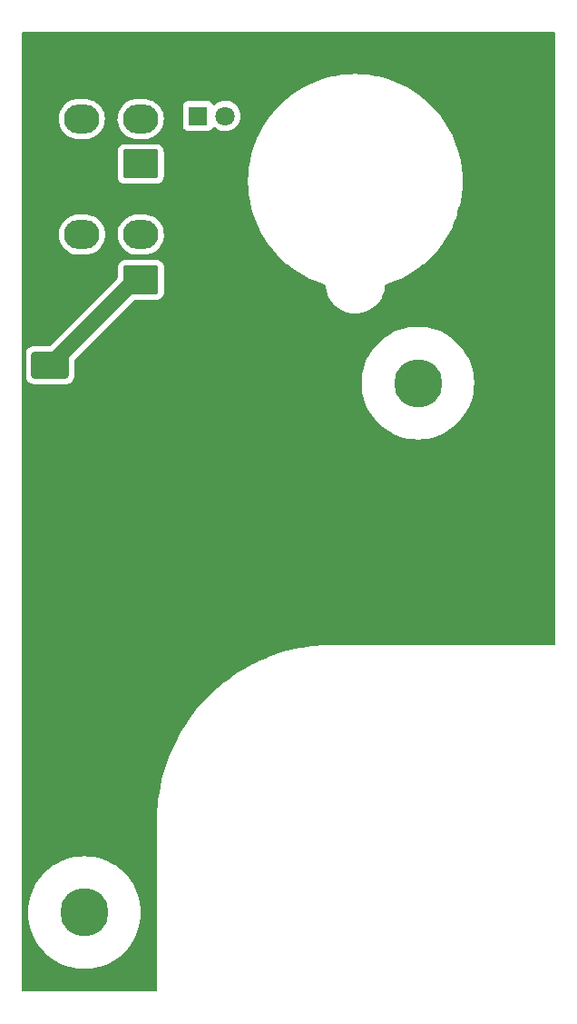
<source format=gbr>
%TF.GenerationSoftware,KiCad,Pcbnew,(6.0.9)*%
%TF.CreationDate,2022-12-26T21:16:00-09:00*%
%TF.ProjectId,PCB_ OBOGS PANEL,5043422c-204f-4424-9f47-532050414e45,rev?*%
%TF.SameCoordinates,Original*%
%TF.FileFunction,Copper,L2,Bot*%
%TF.FilePolarity,Positive*%
%FSLAX46Y46*%
G04 Gerber Fmt 4.6, Leading zero omitted, Abs format (unit mm)*
G04 Created by KiCad (PCBNEW (6.0.9)) date 2022-12-26 21:16:01*
%MOMM*%
%LPD*%
G01*
G04 APERTURE LIST*
G04 Aperture macros list*
%AMRoundRect*
0 Rectangle with rounded corners*
0 $1 Rounding radius*
0 $2 $3 $4 $5 $6 $7 $8 $9 X,Y pos of 4 corners*
0 Add a 4 corners polygon primitive as box body*
4,1,4,$2,$3,$4,$5,$6,$7,$8,$9,$2,$3,0*
0 Add four circle primitives for the rounded corners*
1,1,$1+$1,$2,$3*
1,1,$1+$1,$4,$5*
1,1,$1+$1,$6,$7*
1,1,$1+$1,$8,$9*
0 Add four rect primitives between the rounded corners*
20,1,$1+$1,$2,$3,$4,$5,0*
20,1,$1+$1,$4,$5,$6,$7,0*
20,1,$1+$1,$6,$7,$8,$9,0*
20,1,$1+$1,$8,$9,$2,$3,0*%
G04 Aperture macros list end*
%TA.AperFunction,WasherPad*%
%ADD10C,4.500000*%
%TD*%
%TA.AperFunction,SMDPad,CuDef*%
%ADD11RoundRect,0.250000X-1.500000X-1.000000X1.500000X-1.000000X1.500000X1.000000X-1.500000X1.000000X0*%
%TD*%
%TA.AperFunction,ComponentPad*%
%ADD12R,1.800000X1.800000*%
%TD*%
%TA.AperFunction,ComponentPad*%
%ADD13C,1.800000*%
%TD*%
%TA.AperFunction,ComponentPad*%
%ADD14RoundRect,0.250001X1.399999X-1.099999X1.399999X1.099999X-1.399999X1.099999X-1.399999X-1.099999X0*%
%TD*%
%TA.AperFunction,ComponentPad*%
%ADD15O,3.300000X2.700000*%
%TD*%
%TA.AperFunction,ViaPad*%
%ADD16C,1.500000*%
%TD*%
%TA.AperFunction,ViaPad*%
%ADD17C,0.800000*%
%TD*%
%TA.AperFunction,Conductor*%
%ADD18C,1.500000*%
%TD*%
G04 APERTURE END LIST*
D10*
%TO.P,2,*%
%TO.N,*%
X196121157Y-74108067D03*
%TD*%
%TO.P,3,*%
%TO.N,*%
X165006157Y-123447567D03*
%TD*%
D11*
%TO.P,C1,1*%
%TO.N,/LED+5V*%
X161797860Y-72433180D03*
%TO.P,C1,2*%
%TO.N,/LEDGND*%
X168297860Y-72433180D03*
%TD*%
D12*
%TO.P,D17,1*%
%TO.N,Net-(D17-Pad1)*%
X175613060Y-49209960D03*
D13*
%TO.P,D17,2*%
%TO.N,/LED+5V*%
X178153060Y-49209960D03*
%TD*%
D14*
%TO.P,J1,1*%
%TO.N,/LED+5V*%
X170251120Y-53695600D03*
D15*
%TO.P,J1,2*%
X170251120Y-49495600D03*
%TO.P,J1,3*%
%TO.N,/LEDGND*%
X164751120Y-53695600D03*
%TO.P,J1,4*%
%TO.N,/DATAIN*%
X164751120Y-49495600D03*
%TD*%
D14*
%TO.P,J2,1*%
%TO.N,/LED+5V*%
X170266360Y-64475360D03*
D15*
%TO.P,J2,2*%
X170266360Y-60275360D03*
%TO.P,J2,3*%
%TO.N,/LEDGND*%
X164766360Y-64475360D03*
%TO.P,J2,4*%
%TO.N,/DATAOUT*%
X164766360Y-60275360D03*
%TD*%
D16*
%TO.N,/LEDGND*%
X177177700Y-45501560D03*
X169738040Y-119484140D03*
X191851280Y-68806060D03*
X196547740Y-45679360D03*
D17*
X191960500Y-95851980D03*
D16*
X186499500Y-82692240D03*
X200543160Y-58112660D03*
X203215240Y-89654380D03*
X183761380Y-70949820D03*
X176014380Y-82433160D03*
X203832460Y-69916040D03*
X178645820Y-98605340D03*
X172707300Y-105785920D03*
X178429920Y-60479940D03*
X202821540Y-51315620D03*
%TD*%
D18*
%TO.N,/LED+5V*%
X169755680Y-64475360D02*
X161797860Y-72433180D01*
X170266360Y-64475360D02*
X169755680Y-64475360D01*
%TD*%
%TA.AperFunction,Conductor*%
%TO.N,/LEDGND*%
G36*
X208882021Y-41422502D02*
G01*
X208928514Y-41476158D01*
X208939900Y-41528500D01*
X208939900Y-98374700D01*
X208919898Y-98442821D01*
X208866242Y-98489314D01*
X208813900Y-98500700D01*
X188216450Y-98500700D01*
X188195545Y-98498954D01*
X188180544Y-98496430D01*
X188180541Y-98496430D01*
X188175752Y-98495624D01*
X188169779Y-98495551D01*
X188168069Y-98495530D01*
X188168064Y-98495530D01*
X188163200Y-98495471D01*
X188158861Y-98496092D01*
X188155499Y-98496241D01*
X187383421Y-98514620D01*
X187381913Y-98514728D01*
X187381910Y-98514728D01*
X186994414Y-98542443D01*
X186605408Y-98570265D01*
X186196767Y-98619124D01*
X185832418Y-98662687D01*
X185832403Y-98662689D01*
X185830924Y-98662866D01*
X185829445Y-98663115D01*
X185829429Y-98663117D01*
X185321157Y-98748587D01*
X185061724Y-98792213D01*
X184299549Y-98958014D01*
X184298101Y-98958402D01*
X183547547Y-99159512D01*
X183547527Y-99159518D01*
X183546127Y-99159893D01*
X182803164Y-99397392D01*
X182683587Y-99441992D01*
X182073744Y-99669451D01*
X182073727Y-99669458D01*
X182072343Y-99669974D01*
X181355320Y-99977022D01*
X181354008Y-99977659D01*
X181353989Y-99977668D01*
X180938758Y-100179375D01*
X180653719Y-100317838D01*
X180652409Y-100318553D01*
X180652396Y-100318560D01*
X179970443Y-100690935D01*
X179970427Y-100690944D01*
X179969129Y-100691653D01*
X179303102Y-101097617D01*
X179301888Y-101098438D01*
X179301875Y-101098447D01*
X178961884Y-101328560D01*
X178657145Y-101534813D01*
X178655940Y-101535715D01*
X178655926Y-101535725D01*
X178431255Y-101703912D01*
X178032723Y-102002250D01*
X177431250Y-102498868D01*
X176854088Y-103023543D01*
X176302544Y-103575087D01*
X175777869Y-104152249D01*
X175776935Y-104153381D01*
X175776930Y-104153386D01*
X175437331Y-104564688D01*
X175281251Y-104753722D01*
X175280355Y-104754919D01*
X174814726Y-105376925D01*
X174814716Y-105376939D01*
X174813814Y-105378144D01*
X174376618Y-106024101D01*
X173970653Y-106690128D01*
X173969944Y-106691426D01*
X173969935Y-106691442D01*
X173810056Y-106984239D01*
X173596839Y-107374718D01*
X173596182Y-107376071D01*
X173256668Y-108074988D01*
X173256659Y-108075007D01*
X173256022Y-108076319D01*
X172948975Y-108793342D01*
X172676393Y-109524163D01*
X172438893Y-110267126D01*
X172438518Y-110268526D01*
X172438512Y-110268546D01*
X172396982Y-110423539D01*
X172237014Y-111020548D01*
X172071213Y-111782723D01*
X171941866Y-112551923D01*
X171941689Y-112553402D01*
X171941687Y-112553417D01*
X171898124Y-112917766D01*
X171849265Y-113326407D01*
X171793620Y-114104420D01*
X171787292Y-114370272D01*
X171775584Y-114862096D01*
X171775256Y-114867887D01*
X171774623Y-114871647D01*
X171774470Y-114884199D01*
X171775160Y-114889015D01*
X171778356Y-114911332D01*
X171779629Y-114929390D01*
X171755279Y-130683695D01*
X171735172Y-130751784D01*
X171681444Y-130798194D01*
X171629279Y-130809500D01*
X159282901Y-130809500D01*
X159214780Y-130789498D01*
X159168287Y-130735842D01*
X159156901Y-130683500D01*
X159156901Y-123447567D01*
X159750655Y-123447567D01*
X159770654Y-123905614D01*
X159830498Y-124360175D01*
X159929732Y-124807791D01*
X160067601Y-125245055D01*
X160243055Y-125668638D01*
X160454759Y-126075318D01*
X160701102Y-126461999D01*
X160980209Y-126825739D01*
X161289956Y-127163768D01*
X161627985Y-127473515D01*
X161630147Y-127475174D01*
X161630153Y-127475179D01*
X161753919Y-127570148D01*
X161991725Y-127752622D01*
X162378406Y-127998965D01*
X162785086Y-128210669D01*
X163208669Y-128386123D01*
X163211289Y-128386949D01*
X163211297Y-128386952D01*
X163643303Y-128523163D01*
X163643308Y-128523164D01*
X163645933Y-128523992D01*
X164093549Y-128623226D01*
X164096268Y-128623584D01*
X164096274Y-128623585D01*
X164266785Y-128646033D01*
X164548110Y-128683070D01*
X164550859Y-128683190D01*
X164550870Y-128683191D01*
X165003409Y-128702949D01*
X165006157Y-128703069D01*
X165008905Y-128702949D01*
X165461444Y-128683191D01*
X165461455Y-128683190D01*
X165464204Y-128683070D01*
X165745529Y-128646033D01*
X165916040Y-128623585D01*
X165916046Y-128623584D01*
X165918765Y-128623226D01*
X166366381Y-128523992D01*
X166369006Y-128523164D01*
X166369011Y-128523163D01*
X166801017Y-128386952D01*
X166801025Y-128386949D01*
X166803645Y-128386123D01*
X167227228Y-128210669D01*
X167633908Y-127998965D01*
X168020589Y-127752622D01*
X168258395Y-127570148D01*
X168382161Y-127475179D01*
X168382167Y-127475174D01*
X168384329Y-127473515D01*
X168722358Y-127163768D01*
X169032105Y-126825739D01*
X169311212Y-126461999D01*
X169557555Y-126075318D01*
X169769259Y-125668638D01*
X169944713Y-125245055D01*
X170082582Y-124807791D01*
X170181816Y-124360175D01*
X170241660Y-123905614D01*
X170261659Y-123447567D01*
X170241660Y-122989520D01*
X170181816Y-122534959D01*
X170082582Y-122087343D01*
X169944713Y-121650079D01*
X169769259Y-121226496D01*
X169557555Y-120819816D01*
X169311212Y-120433135D01*
X169032105Y-120069395D01*
X168722358Y-119731366D01*
X168384329Y-119421619D01*
X168382167Y-119419960D01*
X168382161Y-119419955D01*
X168258395Y-119324986D01*
X168020589Y-119142512D01*
X167633908Y-118896169D01*
X167227228Y-118684465D01*
X166803645Y-118509011D01*
X166801025Y-118508185D01*
X166801017Y-118508182D01*
X166369011Y-118371971D01*
X166369006Y-118371970D01*
X166366381Y-118371142D01*
X165918765Y-118271908D01*
X165916046Y-118271550D01*
X165916040Y-118271549D01*
X165745529Y-118249101D01*
X165464204Y-118212064D01*
X165461455Y-118211944D01*
X165461444Y-118211943D01*
X165008905Y-118192185D01*
X165006157Y-118192065D01*
X165003409Y-118192185D01*
X164550870Y-118211943D01*
X164550859Y-118211944D01*
X164548110Y-118212064D01*
X164266785Y-118249101D01*
X164096274Y-118271549D01*
X164096268Y-118271550D01*
X164093549Y-118271908D01*
X163645933Y-118371142D01*
X163643308Y-118371970D01*
X163643303Y-118371971D01*
X163211297Y-118508182D01*
X163211289Y-118508185D01*
X163208669Y-118509011D01*
X162785086Y-118684465D01*
X162378406Y-118896169D01*
X161991725Y-119142512D01*
X161753919Y-119324986D01*
X161630153Y-119419955D01*
X161630147Y-119419960D01*
X161627985Y-119421619D01*
X161289956Y-119731366D01*
X160980209Y-120069395D01*
X160701102Y-120433135D01*
X160454759Y-120819816D01*
X160243055Y-121226496D01*
X160067601Y-121650079D01*
X159929732Y-122087343D01*
X159830498Y-122534959D01*
X159770654Y-122989520D01*
X159750655Y-123447567D01*
X159156901Y-123447567D01*
X159156901Y-73483580D01*
X159539360Y-73483580D01*
X159550334Y-73589346D01*
X159552515Y-73595882D01*
X159552515Y-73595884D01*
X159571497Y-73652780D01*
X159606310Y-73757126D01*
X159699382Y-73907528D01*
X159824557Y-74032485D01*
X159830787Y-74036325D01*
X159830788Y-74036326D01*
X159967950Y-74120874D01*
X159975122Y-74125295D01*
X160054865Y-74151744D01*
X160136471Y-74178812D01*
X160136473Y-74178812D01*
X160142999Y-74180977D01*
X160149835Y-74181677D01*
X160149838Y-74181678D01*
X160192891Y-74186089D01*
X160247460Y-74191680D01*
X163348260Y-74191680D01*
X163351506Y-74191343D01*
X163351510Y-74191343D01*
X163447168Y-74181418D01*
X163447172Y-74181417D01*
X163454026Y-74180706D01*
X163460562Y-74178525D01*
X163460564Y-74178525D01*
X163592666Y-74134452D01*
X163621806Y-74124730D01*
X163648733Y-74108067D01*
X190865655Y-74108067D01*
X190865775Y-74110815D01*
X190868827Y-74180706D01*
X190885654Y-74566114D01*
X190945498Y-75020675D01*
X191044732Y-75468291D01*
X191182601Y-75905555D01*
X191358055Y-76329138D01*
X191569759Y-76735818D01*
X191816102Y-77122499D01*
X192095209Y-77486239D01*
X192404956Y-77824268D01*
X192742985Y-78134015D01*
X192745147Y-78135674D01*
X192745153Y-78135679D01*
X192868919Y-78230648D01*
X193106725Y-78413122D01*
X193493406Y-78659465D01*
X193900086Y-78871169D01*
X194323669Y-79046623D01*
X194326289Y-79047449D01*
X194326297Y-79047452D01*
X194758303Y-79183663D01*
X194758308Y-79183664D01*
X194760933Y-79184492D01*
X195208549Y-79283726D01*
X195211268Y-79284084D01*
X195211274Y-79284085D01*
X195381785Y-79306533D01*
X195663110Y-79343570D01*
X195665859Y-79343690D01*
X195665870Y-79343691D01*
X196118409Y-79363449D01*
X196121157Y-79363569D01*
X196123905Y-79363449D01*
X196576444Y-79343691D01*
X196576455Y-79343690D01*
X196579204Y-79343570D01*
X196860529Y-79306533D01*
X197031040Y-79284085D01*
X197031046Y-79284084D01*
X197033765Y-79283726D01*
X197481381Y-79184492D01*
X197484006Y-79183664D01*
X197484011Y-79183663D01*
X197916017Y-79047452D01*
X197916025Y-79047449D01*
X197918645Y-79046623D01*
X198342228Y-78871169D01*
X198748908Y-78659465D01*
X199135589Y-78413122D01*
X199373395Y-78230648D01*
X199497161Y-78135679D01*
X199497167Y-78135674D01*
X199499329Y-78134015D01*
X199837358Y-77824268D01*
X200147105Y-77486239D01*
X200426212Y-77122499D01*
X200672555Y-76735818D01*
X200884259Y-76329138D01*
X201059713Y-75905555D01*
X201197582Y-75468291D01*
X201296816Y-75020675D01*
X201356660Y-74566114D01*
X201373488Y-74180706D01*
X201376539Y-74110815D01*
X201376659Y-74108067D01*
X201367631Y-73901300D01*
X201356781Y-73652780D01*
X201356780Y-73652769D01*
X201356660Y-73650020D01*
X201296816Y-73195459D01*
X201197582Y-72747843D01*
X201059713Y-72310579D01*
X200884259Y-71886996D01*
X200672555Y-71480316D01*
X200426212Y-71093635D01*
X200224569Y-70830848D01*
X200148769Y-70732063D01*
X200148764Y-70732057D01*
X200147105Y-70729895D01*
X199837358Y-70391866D01*
X199499329Y-70082119D01*
X199497167Y-70080460D01*
X199497161Y-70080455D01*
X199373395Y-69985486D01*
X199135589Y-69803012D01*
X198748908Y-69556669D01*
X198342228Y-69344965D01*
X197918645Y-69169511D01*
X197916025Y-69168685D01*
X197916017Y-69168682D01*
X197484011Y-69032471D01*
X197484006Y-69032470D01*
X197481381Y-69031642D01*
X197033765Y-68932408D01*
X197031046Y-68932050D01*
X197031040Y-68932049D01*
X196860529Y-68909601D01*
X196579204Y-68872564D01*
X196576455Y-68872444D01*
X196576444Y-68872443D01*
X196123905Y-68852685D01*
X196121157Y-68852565D01*
X196118409Y-68852685D01*
X195665870Y-68872443D01*
X195665859Y-68872444D01*
X195663110Y-68872564D01*
X195381785Y-68909601D01*
X195211274Y-68932049D01*
X195211268Y-68932050D01*
X195208549Y-68932408D01*
X194760933Y-69031642D01*
X194758308Y-69032470D01*
X194758303Y-69032471D01*
X194326297Y-69168682D01*
X194326289Y-69168685D01*
X194323669Y-69169511D01*
X193900086Y-69344965D01*
X193493406Y-69556669D01*
X193106725Y-69803012D01*
X192868919Y-69985486D01*
X192745153Y-70080455D01*
X192745147Y-70080460D01*
X192742985Y-70082119D01*
X192404956Y-70391866D01*
X192095209Y-70729895D01*
X192093550Y-70732057D01*
X192093545Y-70732063D01*
X192017745Y-70830848D01*
X191816102Y-71093635D01*
X191569759Y-71480316D01*
X191358055Y-71886996D01*
X191182601Y-72310579D01*
X191044732Y-72747843D01*
X190945498Y-73195459D01*
X190885654Y-73650020D01*
X190885534Y-73652769D01*
X190885533Y-73652780D01*
X190874683Y-73901300D01*
X190865655Y-74108067D01*
X163648733Y-74108067D01*
X163772208Y-74031658D01*
X163897165Y-73906483D01*
X163989975Y-73755918D01*
X164045657Y-73588041D01*
X164056360Y-73483580D01*
X164056360Y-72006657D01*
X164076362Y-71938536D01*
X164093265Y-71917562D01*
X169640062Y-66370765D01*
X169702374Y-66336739D01*
X169729157Y-66333860D01*
X171716760Y-66333860D01*
X171720006Y-66333523D01*
X171720010Y-66333523D01*
X171815667Y-66323598D01*
X171815671Y-66323597D01*
X171822525Y-66322886D01*
X171829061Y-66320705D01*
X171829063Y-66320705D01*
X171983357Y-66269228D01*
X171990305Y-66266910D01*
X172140708Y-66173838D01*
X172265665Y-66048663D01*
X172358475Y-65898098D01*
X172414157Y-65730221D01*
X172424860Y-65625760D01*
X172424860Y-63324960D01*
X172413886Y-63219195D01*
X172357910Y-63051415D01*
X172264838Y-62901012D01*
X172139663Y-62776055D01*
X172133432Y-62772214D01*
X171995328Y-62687085D01*
X171995326Y-62687084D01*
X171989098Y-62683245D01*
X171828614Y-62630015D01*
X171827749Y-62629728D01*
X171827747Y-62629728D01*
X171821221Y-62627563D01*
X171814385Y-62626863D01*
X171814382Y-62626862D01*
X171771329Y-62622451D01*
X171716760Y-62616860D01*
X168815960Y-62616860D01*
X168812714Y-62617197D01*
X168812710Y-62617197D01*
X168717053Y-62627122D01*
X168717049Y-62627123D01*
X168710195Y-62627834D01*
X168703659Y-62630015D01*
X168703657Y-62630015D01*
X168571555Y-62674088D01*
X168542415Y-62683810D01*
X168392012Y-62776882D01*
X168267055Y-62902057D01*
X168174245Y-63052622D01*
X168118563Y-63220499D01*
X168107860Y-63324960D01*
X168107860Y-64291203D01*
X168087858Y-64359324D01*
X168070955Y-64380298D01*
X161813477Y-70637775D01*
X161751165Y-70671801D01*
X161724382Y-70674680D01*
X160247460Y-70674680D01*
X160244214Y-70675017D01*
X160244210Y-70675017D01*
X160148552Y-70684942D01*
X160148548Y-70684943D01*
X160141694Y-70685654D01*
X160135158Y-70687835D01*
X160135156Y-70687835D01*
X160015143Y-70727875D01*
X159973914Y-70741630D01*
X159823512Y-70834702D01*
X159698555Y-70959877D01*
X159605745Y-71110442D01*
X159550063Y-71278319D01*
X159539360Y-71382780D01*
X159539360Y-73483580D01*
X159156901Y-73483580D01*
X159156901Y-60317637D01*
X162603369Y-60317637D01*
X162628985Y-60586129D01*
X162630070Y-60590563D01*
X162630071Y-60590569D01*
X162692005Y-60843672D01*
X162693091Y-60848110D01*
X162794345Y-61098093D01*
X162930625Y-61330842D01*
X162933478Y-61334409D01*
X163051046Y-61481420D01*
X163099076Y-61541479D01*
X163296169Y-61725594D01*
X163517776Y-61879328D01*
X163521859Y-61881359D01*
X163521862Y-61881361D01*
X163637373Y-61938826D01*
X163759254Y-61999461D01*
X163763588Y-62000882D01*
X163763591Y-62000883D01*
X164011213Y-62082058D01*
X164011219Y-62082059D01*
X164015546Y-62083478D01*
X164020037Y-62084258D01*
X164020038Y-62084258D01*
X164277500Y-62128961D01*
X164277508Y-62128962D01*
X164281281Y-62129617D01*
X164285118Y-62129808D01*
X164364938Y-62133782D01*
X164364946Y-62133782D01*
X164366509Y-62133860D01*
X165134872Y-62133860D01*
X165137140Y-62133695D01*
X165137152Y-62133695D01*
X165268244Y-62124183D01*
X165335364Y-62119313D01*
X165339819Y-62118329D01*
X165339822Y-62118329D01*
X165594272Y-62062151D01*
X165594276Y-62062150D01*
X165598732Y-62061166D01*
X165724840Y-62013388D01*
X165846678Y-61967228D01*
X165846681Y-61967227D01*
X165850948Y-61965610D01*
X166086728Y-61834646D01*
X166301133Y-61671017D01*
X166489672Y-61478152D01*
X166648394Y-61260090D01*
X166731550Y-61102036D01*
X166771850Y-61025439D01*
X166771853Y-61025433D01*
X166773975Y-61021399D01*
X166836738Y-60843672D01*
X166862262Y-60771393D01*
X166862262Y-60771392D01*
X166863785Y-60767080D01*
X166915941Y-60502460D01*
X166925142Y-60317637D01*
X168103369Y-60317637D01*
X168128985Y-60586129D01*
X168130070Y-60590563D01*
X168130071Y-60590569D01*
X168192005Y-60843672D01*
X168193091Y-60848110D01*
X168294345Y-61098093D01*
X168430625Y-61330842D01*
X168433478Y-61334409D01*
X168551046Y-61481420D01*
X168599076Y-61541479D01*
X168796169Y-61725594D01*
X169017776Y-61879328D01*
X169021859Y-61881359D01*
X169021862Y-61881361D01*
X169137373Y-61938826D01*
X169259254Y-61999461D01*
X169263588Y-62000882D01*
X169263591Y-62000883D01*
X169511213Y-62082058D01*
X169511219Y-62082059D01*
X169515546Y-62083478D01*
X169520037Y-62084258D01*
X169520038Y-62084258D01*
X169777500Y-62128961D01*
X169777508Y-62128962D01*
X169781281Y-62129617D01*
X169785118Y-62129808D01*
X169864938Y-62133782D01*
X169864946Y-62133782D01*
X169866509Y-62133860D01*
X170634872Y-62133860D01*
X170637140Y-62133695D01*
X170637152Y-62133695D01*
X170768244Y-62124183D01*
X170835364Y-62119313D01*
X170839819Y-62118329D01*
X170839822Y-62118329D01*
X171094272Y-62062151D01*
X171094276Y-62062150D01*
X171098732Y-62061166D01*
X171224840Y-62013388D01*
X171346678Y-61967228D01*
X171346681Y-61967227D01*
X171350948Y-61965610D01*
X171586728Y-61834646D01*
X171801133Y-61671017D01*
X171989672Y-61478152D01*
X172148394Y-61260090D01*
X172231550Y-61102036D01*
X172271850Y-61025439D01*
X172271853Y-61025433D01*
X172273975Y-61021399D01*
X172336738Y-60843672D01*
X172362262Y-60771393D01*
X172362262Y-60771392D01*
X172363785Y-60767080D01*
X172415941Y-60502460D01*
X172425142Y-60317637D01*
X172429124Y-60237652D01*
X172429124Y-60237646D01*
X172429351Y-60233083D01*
X172403735Y-59964591D01*
X172358402Y-59779327D01*
X172340715Y-59707048D01*
X172339629Y-59702610D01*
X172238375Y-59452627D01*
X172102095Y-59219878D01*
X171984288Y-59072568D01*
X171936496Y-59012807D01*
X171936495Y-59012805D01*
X171933644Y-59009241D01*
X171736551Y-58825126D01*
X171514944Y-58671392D01*
X171510861Y-58669361D01*
X171510858Y-58669359D01*
X171345966Y-58587327D01*
X171273466Y-58551259D01*
X171269132Y-58549838D01*
X171269129Y-58549837D01*
X171021507Y-58468662D01*
X171021501Y-58468661D01*
X171017174Y-58467242D01*
X171012682Y-58466462D01*
X170755220Y-58421759D01*
X170755212Y-58421758D01*
X170751439Y-58421103D01*
X170740177Y-58420542D01*
X170667782Y-58416938D01*
X170667774Y-58416938D01*
X170666211Y-58416860D01*
X169897848Y-58416860D01*
X169895580Y-58417025D01*
X169895568Y-58417025D01*
X169764476Y-58426537D01*
X169697356Y-58431407D01*
X169692901Y-58432391D01*
X169692898Y-58432391D01*
X169438448Y-58488569D01*
X169438444Y-58488570D01*
X169433988Y-58489554D01*
X169307880Y-58537332D01*
X169186042Y-58583492D01*
X169186039Y-58583493D01*
X169181772Y-58585110D01*
X168945992Y-58716074D01*
X168731587Y-58879703D01*
X168543048Y-59072568D01*
X168384326Y-59290630D01*
X168382204Y-59294664D01*
X168260870Y-59525281D01*
X168260867Y-59525287D01*
X168258745Y-59529321D01*
X168257225Y-59533626D01*
X168257223Y-59533630D01*
X168170458Y-59779327D01*
X168168935Y-59783640D01*
X168116779Y-60048260D01*
X168116552Y-60052813D01*
X168116552Y-60052816D01*
X168107351Y-60237652D01*
X168103369Y-60317637D01*
X166925142Y-60317637D01*
X166929124Y-60237652D01*
X166929124Y-60237646D01*
X166929351Y-60233083D01*
X166903735Y-59964591D01*
X166858402Y-59779327D01*
X166840715Y-59707048D01*
X166839629Y-59702610D01*
X166738375Y-59452627D01*
X166602095Y-59219878D01*
X166484288Y-59072568D01*
X166436496Y-59012807D01*
X166436495Y-59012805D01*
X166433644Y-59009241D01*
X166236551Y-58825126D01*
X166014944Y-58671392D01*
X166010861Y-58669361D01*
X166010858Y-58669359D01*
X165845966Y-58587327D01*
X165773466Y-58551259D01*
X165769132Y-58549838D01*
X165769129Y-58549837D01*
X165521507Y-58468662D01*
X165521501Y-58468661D01*
X165517174Y-58467242D01*
X165512682Y-58466462D01*
X165255220Y-58421759D01*
X165255212Y-58421758D01*
X165251439Y-58421103D01*
X165240177Y-58420542D01*
X165167782Y-58416938D01*
X165167774Y-58416938D01*
X165166211Y-58416860D01*
X164397848Y-58416860D01*
X164395580Y-58417025D01*
X164395568Y-58417025D01*
X164264476Y-58426537D01*
X164197356Y-58431407D01*
X164192901Y-58432391D01*
X164192898Y-58432391D01*
X163938448Y-58488569D01*
X163938444Y-58488570D01*
X163933988Y-58489554D01*
X163807880Y-58537332D01*
X163686042Y-58583492D01*
X163686039Y-58583493D01*
X163681772Y-58585110D01*
X163445992Y-58716074D01*
X163231587Y-58879703D01*
X163043048Y-59072568D01*
X162884326Y-59290630D01*
X162882204Y-59294664D01*
X162760870Y-59525281D01*
X162760867Y-59525287D01*
X162758745Y-59529321D01*
X162757225Y-59533626D01*
X162757223Y-59533630D01*
X162670458Y-59779327D01*
X162668935Y-59783640D01*
X162616779Y-60048260D01*
X162616552Y-60052813D01*
X162616552Y-60052816D01*
X162607351Y-60237652D01*
X162603369Y-60317637D01*
X159156901Y-60317637D01*
X159156901Y-54846000D01*
X168092620Y-54846000D01*
X168103594Y-54951765D01*
X168159570Y-55119545D01*
X168252642Y-55269948D01*
X168377817Y-55394905D01*
X168384047Y-55398745D01*
X168384048Y-55398746D01*
X168521210Y-55483294D01*
X168528382Y-55487715D01*
X168608125Y-55514164D01*
X168689731Y-55541232D01*
X168689733Y-55541232D01*
X168696259Y-55543397D01*
X168703095Y-55544097D01*
X168703098Y-55544098D01*
X168746151Y-55548509D01*
X168800720Y-55554100D01*
X171701520Y-55554100D01*
X171704766Y-55553763D01*
X171704770Y-55553763D01*
X171800427Y-55543838D01*
X171800431Y-55543837D01*
X171807285Y-55543126D01*
X171813821Y-55540945D01*
X171813823Y-55540945D01*
X171945925Y-55496872D01*
X171975065Y-55487150D01*
X172125468Y-55394078D01*
X172207336Y-55312067D01*
X180273620Y-55312067D01*
X180293364Y-55940320D01*
X180352517Y-56566093D01*
X180450846Y-57186918D01*
X180587962Y-57800343D01*
X180763326Y-58403948D01*
X180763989Y-58405789D01*
X180763994Y-58405805D01*
X180875698Y-58716074D01*
X180976244Y-58995351D01*
X180977027Y-58997160D01*
X180977028Y-58997163D01*
X181174125Y-59452627D01*
X181225876Y-59572217D01*
X181511238Y-60132271D01*
X181831203Y-60673302D01*
X181832312Y-60674934D01*
X181832314Y-60674937D01*
X182122571Y-61102036D01*
X182184508Y-61193174D01*
X182569758Y-61689836D01*
X182985434Y-62161328D01*
X183429896Y-62605790D01*
X183901388Y-63021466D01*
X183950510Y-63059569D01*
X184292651Y-63324960D01*
X184398050Y-63406716D01*
X184917922Y-63760021D01*
X185458953Y-64079986D01*
X186019007Y-64365348D01*
X186595873Y-64614980D01*
X186597729Y-64615648D01*
X186597731Y-64615649D01*
X187185419Y-64827230D01*
X187185435Y-64827235D01*
X187187276Y-64827898D01*
X187407038Y-64891745D01*
X187466872Y-64929957D01*
X187496550Y-64994453D01*
X187497694Y-65005814D01*
X187506065Y-65157925D01*
X187564696Y-65488751D01*
X187565798Y-65492367D01*
X187565800Y-65492375D01*
X187661542Y-65806514D01*
X187662647Y-65810138D01*
X187798499Y-66117430D01*
X187800435Y-66120684D01*
X187800438Y-66120690D01*
X187927061Y-66333523D01*
X187970285Y-66406175D01*
X187972600Y-66409176D01*
X187972603Y-66409180D01*
X187988872Y-66430267D01*
X188175515Y-66672191D01*
X188178174Y-66674892D01*
X188178180Y-66674899D01*
X188408551Y-66908917D01*
X188411217Y-66911625D01*
X188673976Y-67121008D01*
X188959988Y-67297308D01*
X189265107Y-67437970D01*
X189268707Y-67439129D01*
X189268714Y-67439132D01*
X189581307Y-67539795D01*
X189581310Y-67539796D01*
X189584916Y-67540957D01*
X189588632Y-67541676D01*
X189588640Y-67541678D01*
X189911063Y-67604059D01*
X189911069Y-67604060D01*
X189914781Y-67604778D01*
X189918557Y-67605045D01*
X189918562Y-67605046D01*
X190019469Y-67612190D01*
X190180153Y-67623567D01*
X190363635Y-67623567D01*
X190365502Y-67623454D01*
X190365517Y-67623454D01*
X190610752Y-67608669D01*
X190610756Y-67608669D01*
X190614530Y-67608441D01*
X190618248Y-67607762D01*
X190618256Y-67607761D01*
X190839966Y-67567270D01*
X190945045Y-67548079D01*
X191265915Y-67448446D01*
X191572491Y-67310987D01*
X191860333Y-67137692D01*
X191863317Y-67135365D01*
X191863324Y-67135360D01*
X192122276Y-66933408D01*
X192122279Y-66933406D01*
X192125271Y-66931072D01*
X192363467Y-66694119D01*
X192571471Y-66430267D01*
X192584318Y-66409180D01*
X192744302Y-66146569D01*
X192746271Y-66143337D01*
X192756568Y-66120690D01*
X192883765Y-65840936D01*
X192883768Y-65840929D01*
X192885334Y-65837484D01*
X192986645Y-65517141D01*
X193048737Y-65186946D01*
X193060695Y-65004501D01*
X193085109Y-64937836D01*
X193141691Y-64894951D01*
X193151272Y-64891746D01*
X193369143Y-64828449D01*
X193369156Y-64828445D01*
X193371038Y-64827898D01*
X193372879Y-64827235D01*
X193372895Y-64827230D01*
X193960583Y-64615649D01*
X193960585Y-64615648D01*
X193962441Y-64614980D01*
X194539307Y-64365348D01*
X195099361Y-64079986D01*
X195640392Y-63760021D01*
X196160264Y-63406716D01*
X196265664Y-63324960D01*
X196607804Y-63059569D01*
X196656926Y-63021466D01*
X197128418Y-62605790D01*
X197572880Y-62161328D01*
X197988556Y-61689836D01*
X198373806Y-61193174D01*
X198435744Y-61102036D01*
X198726000Y-60674937D01*
X198726002Y-60674934D01*
X198727111Y-60673302D01*
X199047076Y-60132271D01*
X199332438Y-59572217D01*
X199384189Y-59452627D01*
X199581286Y-58997163D01*
X199581287Y-58997160D01*
X199582070Y-58995351D01*
X199682616Y-58716074D01*
X199794320Y-58405805D01*
X199794325Y-58405789D01*
X199794988Y-58403948D01*
X199970352Y-57800343D01*
X200107468Y-57186918D01*
X200205797Y-56566093D01*
X200264950Y-55940320D01*
X200284694Y-55312067D01*
X200283370Y-55269948D01*
X200265012Y-54685773D01*
X200265011Y-54685759D01*
X200264950Y-54683814D01*
X200205797Y-54058041D01*
X200107468Y-53437216D01*
X199970352Y-52823791D01*
X199969798Y-52821884D01*
X199795539Y-52222081D01*
X199795535Y-52222068D01*
X199794988Y-52220186D01*
X199794325Y-52218345D01*
X199794320Y-52218329D01*
X199582739Y-51630641D01*
X199582738Y-51630639D01*
X199582070Y-51628783D01*
X199441740Y-51304498D01*
X199333220Y-51053724D01*
X199333219Y-51053723D01*
X199332438Y-51051917D01*
X199047076Y-50491863D01*
X198962148Y-50348257D01*
X198728123Y-49952543D01*
X198728121Y-49952540D01*
X198727111Y-49950832D01*
X198726000Y-49949197D01*
X198374918Y-49432596D01*
X198374915Y-49432592D01*
X198373806Y-49430960D01*
X198258509Y-49282319D01*
X197989769Y-48935862D01*
X197988556Y-48934298D01*
X197572880Y-48462806D01*
X197128418Y-48018344D01*
X196656926Y-47602668D01*
X196160264Y-47217418D01*
X195640392Y-46864113D01*
X195099361Y-46544148D01*
X194539307Y-46258786D01*
X193962441Y-46009154D01*
X193960583Y-46008485D01*
X193372895Y-45796904D01*
X193372879Y-45796899D01*
X193371038Y-45796236D01*
X193369156Y-45795689D01*
X193369143Y-45795685D01*
X192769340Y-45621426D01*
X192769339Y-45621426D01*
X192767433Y-45620872D01*
X192765513Y-45620443D01*
X192765502Y-45620440D01*
X192460720Y-45552314D01*
X192154008Y-45483756D01*
X192152051Y-45483446D01*
X191535142Y-45385737D01*
X191535133Y-45385736D01*
X191533183Y-45385427D01*
X191531214Y-45385241D01*
X191531207Y-45385240D01*
X190909361Y-45326458D01*
X190909348Y-45326457D01*
X190907410Y-45326274D01*
X190905465Y-45326213D01*
X190905451Y-45326212D01*
X190626613Y-45317449D01*
X190439434Y-45311567D01*
X190118880Y-45311567D01*
X189931701Y-45317449D01*
X189652863Y-45326212D01*
X189652849Y-45326213D01*
X189650904Y-45326274D01*
X189648966Y-45326457D01*
X189648953Y-45326458D01*
X189027107Y-45385240D01*
X189027100Y-45385241D01*
X189025131Y-45385427D01*
X189023181Y-45385736D01*
X189023172Y-45385737D01*
X188406263Y-45483446D01*
X188404306Y-45483756D01*
X188097593Y-45552314D01*
X187792812Y-45620440D01*
X187792801Y-45620443D01*
X187790881Y-45620872D01*
X187788975Y-45621426D01*
X187788974Y-45621426D01*
X187189171Y-45795685D01*
X187189158Y-45795689D01*
X187187276Y-45796236D01*
X187185435Y-45796899D01*
X187185419Y-45796904D01*
X186597731Y-46008485D01*
X186595873Y-46009154D01*
X186019007Y-46258786D01*
X185458953Y-46544148D01*
X184917922Y-46864113D01*
X184398050Y-47217418D01*
X183901388Y-47602668D01*
X183429896Y-48018344D01*
X182985434Y-48462806D01*
X182569758Y-48934298D01*
X182568545Y-48935862D01*
X182299806Y-49282319D01*
X182184508Y-49430960D01*
X182183399Y-49432592D01*
X182183396Y-49432596D01*
X181832314Y-49949197D01*
X181831203Y-49950832D01*
X181830193Y-49952540D01*
X181830191Y-49952543D01*
X181596166Y-50348257D01*
X181511238Y-50491863D01*
X181225876Y-51051917D01*
X181225095Y-51053723D01*
X181225094Y-51053724D01*
X181116575Y-51304498D01*
X180976244Y-51628783D01*
X180975576Y-51630639D01*
X180975575Y-51630641D01*
X180763994Y-52218329D01*
X180763989Y-52218345D01*
X180763326Y-52220186D01*
X180762779Y-52222068D01*
X180762775Y-52222081D01*
X180588516Y-52821884D01*
X180587962Y-52823791D01*
X180450846Y-53437216D01*
X180352517Y-54058041D01*
X180293364Y-54683814D01*
X180293303Y-54685759D01*
X180293302Y-54685773D01*
X180274944Y-55269948D01*
X180273620Y-55312067D01*
X172207336Y-55312067D01*
X172250425Y-55268903D01*
X172343235Y-55118338D01*
X172398917Y-54950461D01*
X172409620Y-54846000D01*
X172409620Y-52545200D01*
X172398646Y-52439435D01*
X172342670Y-52271655D01*
X172249598Y-52121252D01*
X172124423Y-51996295D01*
X172118192Y-51992454D01*
X171980088Y-51907325D01*
X171980086Y-51907324D01*
X171973858Y-51903485D01*
X171813374Y-51850255D01*
X171812509Y-51849968D01*
X171812507Y-51849968D01*
X171805981Y-51847803D01*
X171799145Y-51847103D01*
X171799142Y-51847102D01*
X171756089Y-51842691D01*
X171701520Y-51837100D01*
X168800720Y-51837100D01*
X168797474Y-51837437D01*
X168797470Y-51837437D01*
X168701813Y-51847362D01*
X168701809Y-51847363D01*
X168694955Y-51848074D01*
X168688419Y-51850255D01*
X168688417Y-51850255D01*
X168556315Y-51894328D01*
X168527175Y-51904050D01*
X168376772Y-51997122D01*
X168251815Y-52122297D01*
X168159005Y-52272862D01*
X168103323Y-52440739D01*
X168092620Y-52545200D01*
X168092620Y-54846000D01*
X159156901Y-54846000D01*
X159156901Y-49537877D01*
X162588129Y-49537877D01*
X162613745Y-49806369D01*
X162614830Y-49810803D01*
X162614831Y-49810809D01*
X162674601Y-50055068D01*
X162677851Y-50068350D01*
X162779105Y-50318333D01*
X162915385Y-50551082D01*
X163027497Y-50691271D01*
X163035806Y-50701660D01*
X163083836Y-50761719D01*
X163280929Y-50945834D01*
X163502536Y-51099568D01*
X163506619Y-51101599D01*
X163506622Y-51101601D01*
X163622133Y-51159066D01*
X163744014Y-51219701D01*
X163748348Y-51221122D01*
X163748351Y-51221123D01*
X163995973Y-51302298D01*
X163995979Y-51302299D01*
X164000306Y-51303718D01*
X164004797Y-51304498D01*
X164004798Y-51304498D01*
X164262260Y-51349201D01*
X164262268Y-51349202D01*
X164266041Y-51349857D01*
X164269878Y-51350048D01*
X164349698Y-51354022D01*
X164349706Y-51354022D01*
X164351269Y-51354100D01*
X165119632Y-51354100D01*
X165121900Y-51353935D01*
X165121912Y-51353935D01*
X165253004Y-51344423D01*
X165320124Y-51339553D01*
X165324579Y-51338569D01*
X165324582Y-51338569D01*
X165579032Y-51282391D01*
X165579036Y-51282390D01*
X165583492Y-51281406D01*
X165709600Y-51233628D01*
X165831438Y-51187468D01*
X165831441Y-51187467D01*
X165835708Y-51185850D01*
X166071488Y-51054886D01*
X166285893Y-50891257D01*
X166474432Y-50698392D01*
X166633154Y-50480330D01*
X166716310Y-50322276D01*
X166756610Y-50245679D01*
X166756613Y-50245673D01*
X166758735Y-50241639D01*
X166763667Y-50227675D01*
X166847022Y-49991633D01*
X166847022Y-49991632D01*
X166848545Y-49987320D01*
X166900701Y-49722700D01*
X166909902Y-49537877D01*
X168088129Y-49537877D01*
X168113745Y-49806369D01*
X168114830Y-49810803D01*
X168114831Y-49810809D01*
X168174601Y-50055068D01*
X168177851Y-50068350D01*
X168279105Y-50318333D01*
X168415385Y-50551082D01*
X168527497Y-50691271D01*
X168535806Y-50701660D01*
X168583836Y-50761719D01*
X168780929Y-50945834D01*
X169002536Y-51099568D01*
X169006619Y-51101599D01*
X169006622Y-51101601D01*
X169122133Y-51159066D01*
X169244014Y-51219701D01*
X169248348Y-51221122D01*
X169248351Y-51221123D01*
X169495973Y-51302298D01*
X169495979Y-51302299D01*
X169500306Y-51303718D01*
X169504797Y-51304498D01*
X169504798Y-51304498D01*
X169762260Y-51349201D01*
X169762268Y-51349202D01*
X169766041Y-51349857D01*
X169769878Y-51350048D01*
X169849698Y-51354022D01*
X169849706Y-51354022D01*
X169851269Y-51354100D01*
X170619632Y-51354100D01*
X170621900Y-51353935D01*
X170621912Y-51353935D01*
X170753004Y-51344423D01*
X170820124Y-51339553D01*
X170824579Y-51338569D01*
X170824582Y-51338569D01*
X171079032Y-51282391D01*
X171079036Y-51282390D01*
X171083492Y-51281406D01*
X171209600Y-51233628D01*
X171331438Y-51187468D01*
X171331441Y-51187467D01*
X171335708Y-51185850D01*
X171571488Y-51054886D01*
X171785893Y-50891257D01*
X171974432Y-50698392D01*
X172133154Y-50480330D01*
X172216310Y-50322276D01*
X172256610Y-50245679D01*
X172256613Y-50245673D01*
X172258735Y-50241639D01*
X172263667Y-50227675D01*
X172288239Y-50158094D01*
X174204560Y-50158094D01*
X174211315Y-50220276D01*
X174262445Y-50356665D01*
X174349799Y-50473221D01*
X174466355Y-50560575D01*
X174602744Y-50611705D01*
X174664926Y-50618460D01*
X176561194Y-50618460D01*
X176623376Y-50611705D01*
X176759765Y-50560575D01*
X176876321Y-50473221D01*
X176963675Y-50356665D01*
X176988240Y-50291138D01*
X177030882Y-50234374D01*
X177097443Y-50209674D01*
X177166792Y-50224881D01*
X177186707Y-50238424D01*
X177319002Y-50348257D01*
X177342409Y-50367690D01*
X177542382Y-50484544D01*
X177758754Y-50567169D01*
X177763820Y-50568200D01*
X177763821Y-50568200D01*
X177816906Y-50579000D01*
X177985716Y-50613345D01*
X178115149Y-50618091D01*
X178212009Y-50621643D01*
X178212013Y-50621643D01*
X178217173Y-50621832D01*
X178222293Y-50621176D01*
X178222295Y-50621176D01*
X178296226Y-50611705D01*
X178446907Y-50592402D01*
X178451855Y-50590917D01*
X178451862Y-50590916D01*
X178663807Y-50527329D01*
X178668750Y-50525846D01*
X178734499Y-50493636D01*
X178872109Y-50426222D01*
X178872112Y-50426220D01*
X178876744Y-50423951D01*
X179065303Y-50289454D01*
X179229363Y-50125965D01*
X179364518Y-49937877D01*
X179467138Y-49730240D01*
X179534468Y-49508631D01*
X179564700Y-49279001D01*
X179566387Y-49209960D01*
X179549813Y-49008362D01*
X179547833Y-48984278D01*
X179547832Y-48984272D01*
X179547409Y-48979127D01*
X179490985Y-48754493D01*
X179487084Y-48745521D01*
X179400690Y-48546828D01*
X179400688Y-48546825D01*
X179398630Y-48542091D01*
X179272824Y-48347625D01*
X179116947Y-48176318D01*
X179112896Y-48173119D01*
X179112892Y-48173115D01*
X178939237Y-48035971D01*
X178939232Y-48035968D01*
X178935183Y-48032770D01*
X178930667Y-48030277D01*
X178930664Y-48030275D01*
X178736939Y-47923333D01*
X178736935Y-47923331D01*
X178732415Y-47920836D01*
X178727546Y-47919112D01*
X178727542Y-47919110D01*
X178518963Y-47845248D01*
X178518959Y-47845247D01*
X178514088Y-47843522D01*
X178508995Y-47842615D01*
X178508992Y-47842614D01*
X178291155Y-47803811D01*
X178291149Y-47803810D01*
X178286066Y-47802905D01*
X178213156Y-47802014D01*
X178059641Y-47800139D01*
X178059639Y-47800139D01*
X178054471Y-47800076D01*
X177825524Y-47835110D01*
X177605374Y-47907066D01*
X177600786Y-47909454D01*
X177600782Y-47909456D01*
X177404521Y-48011623D01*
X177399932Y-48014012D01*
X177395799Y-48017115D01*
X177395796Y-48017117D01*
X177281130Y-48103211D01*
X177214715Y-48153077D01*
X177197230Y-48171374D01*
X177135706Y-48206804D01*
X177064793Y-48203347D01*
X177007007Y-48162101D01*
X176988154Y-48128552D01*
X176966828Y-48071665D01*
X176966827Y-48071663D01*
X176963675Y-48063255D01*
X176876321Y-47946699D01*
X176759765Y-47859345D01*
X176623376Y-47808215D01*
X176561194Y-47801460D01*
X174664926Y-47801460D01*
X174602744Y-47808215D01*
X174466355Y-47859345D01*
X174349799Y-47946699D01*
X174262445Y-48063255D01*
X174211315Y-48199644D01*
X174204560Y-48261826D01*
X174204560Y-50158094D01*
X172288239Y-50158094D01*
X172347022Y-49991633D01*
X172347022Y-49991632D01*
X172348545Y-49987320D01*
X172400701Y-49722700D01*
X172409902Y-49537877D01*
X172413884Y-49457892D01*
X172413884Y-49457886D01*
X172414111Y-49453323D01*
X172388495Y-49184831D01*
X172343162Y-48999567D01*
X172325475Y-48927288D01*
X172324389Y-48922850D01*
X172223135Y-48672867D01*
X172086855Y-48440118D01*
X171969048Y-48292808D01*
X171921256Y-48233047D01*
X171921255Y-48233045D01*
X171918404Y-48229481D01*
X171721311Y-48045366D01*
X171499704Y-47891632D01*
X171495621Y-47889601D01*
X171495618Y-47889599D01*
X171330314Y-47807362D01*
X171258226Y-47771499D01*
X171253892Y-47770078D01*
X171253889Y-47770077D01*
X171006267Y-47688902D01*
X171006261Y-47688901D01*
X171001934Y-47687482D01*
X170997442Y-47686702D01*
X170739980Y-47641999D01*
X170739972Y-47641998D01*
X170736199Y-47641343D01*
X170724937Y-47640782D01*
X170652542Y-47637178D01*
X170652534Y-47637178D01*
X170650971Y-47637100D01*
X169882608Y-47637100D01*
X169880340Y-47637265D01*
X169880328Y-47637265D01*
X169749236Y-47646777D01*
X169682116Y-47651647D01*
X169677661Y-47652631D01*
X169677658Y-47652631D01*
X169423208Y-47708809D01*
X169423204Y-47708810D01*
X169418748Y-47709794D01*
X169292640Y-47757572D01*
X169170802Y-47803732D01*
X169170799Y-47803733D01*
X169166532Y-47805350D01*
X168930752Y-47936314D01*
X168832074Y-48011623D01*
X168753403Y-48071663D01*
X168716347Y-48099943D01*
X168713154Y-48103209D01*
X168713152Y-48103211D01*
X168667440Y-48149972D01*
X168527808Y-48292808D01*
X168369086Y-48510870D01*
X168352660Y-48542091D01*
X168245630Y-48745521D01*
X168245627Y-48745527D01*
X168243505Y-48749561D01*
X168241985Y-48753866D01*
X168241983Y-48753870D01*
X168178793Y-48932809D01*
X168153695Y-49003880D01*
X168101539Y-49268500D01*
X168101312Y-49273053D01*
X168101312Y-49273056D01*
X168089339Y-49513577D01*
X168088129Y-49537877D01*
X166909902Y-49537877D01*
X166913884Y-49457892D01*
X166913884Y-49457886D01*
X166914111Y-49453323D01*
X166888495Y-49184831D01*
X166843162Y-48999567D01*
X166825475Y-48927288D01*
X166824389Y-48922850D01*
X166723135Y-48672867D01*
X166586855Y-48440118D01*
X166469048Y-48292808D01*
X166421256Y-48233047D01*
X166421255Y-48233045D01*
X166418404Y-48229481D01*
X166221311Y-48045366D01*
X165999704Y-47891632D01*
X165995621Y-47889601D01*
X165995618Y-47889599D01*
X165830314Y-47807362D01*
X165758226Y-47771499D01*
X165753892Y-47770078D01*
X165753889Y-47770077D01*
X165506267Y-47688902D01*
X165506261Y-47688901D01*
X165501934Y-47687482D01*
X165497442Y-47686702D01*
X165239980Y-47641999D01*
X165239972Y-47641998D01*
X165236199Y-47641343D01*
X165224937Y-47640782D01*
X165152542Y-47637178D01*
X165152534Y-47637178D01*
X165150971Y-47637100D01*
X164382608Y-47637100D01*
X164380340Y-47637265D01*
X164380328Y-47637265D01*
X164249236Y-47646777D01*
X164182116Y-47651647D01*
X164177661Y-47652631D01*
X164177658Y-47652631D01*
X163923208Y-47708809D01*
X163923204Y-47708810D01*
X163918748Y-47709794D01*
X163792640Y-47757572D01*
X163670802Y-47803732D01*
X163670799Y-47803733D01*
X163666532Y-47805350D01*
X163430752Y-47936314D01*
X163332074Y-48011623D01*
X163253403Y-48071663D01*
X163216347Y-48099943D01*
X163213154Y-48103209D01*
X163213152Y-48103211D01*
X163167440Y-48149972D01*
X163027808Y-48292808D01*
X162869086Y-48510870D01*
X162852660Y-48542091D01*
X162745630Y-48745521D01*
X162745627Y-48745527D01*
X162743505Y-48749561D01*
X162741985Y-48753866D01*
X162741983Y-48753870D01*
X162678793Y-48932809D01*
X162653695Y-49003880D01*
X162601539Y-49268500D01*
X162601312Y-49273053D01*
X162601312Y-49273056D01*
X162589339Y-49513577D01*
X162588129Y-49537877D01*
X159156901Y-49537877D01*
X159156901Y-41528501D01*
X159176903Y-41460380D01*
X159230559Y-41413887D01*
X159282901Y-41402501D01*
X184048401Y-41402501D01*
X208813900Y-41402500D01*
X208882021Y-41422502D01*
G37*
%TD.AperFunction*%
%TD*%
M02*

</source>
